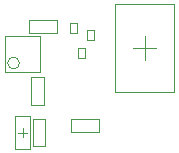
<source format=gbr>
%TF.GenerationSoftware,Altium Limited,Altium Designer,20.1.8 (145)*%
G04 Layer_Color=32768*
%FSLAX45Y45*%
%MOMM*%
%TF.SameCoordinates,69C50D53-9BFA-4F85-B750-FB8D41B2BBF4*%
%TF.FilePolarity,Positive*%
%TF.FileFunction,Other,Bottom_Assembly*%
%TF.Part,Single*%
G01*
G75*
%TA.AperFunction,NonConductor*%
%ADD26C,0.10000*%
%ADD27C,0.10160*%
D26*
X650841Y1005624D02*
G03*
X650841Y1005624I-50000J0D01*
G01*
D27*
X1960512Y757023D02*
Y1507022D01*
X1460512Y757022D02*
Y1507022D01*
Y757022D02*
X1960512Y757023D01*
X1460512Y1507022D02*
X1960512Y1507022D01*
X1710512Y1032022D02*
Y1232022D01*
X1610513Y1132022D02*
X1810513D01*
X1078476Y1349075D02*
X1138475D01*
X1078476Y1264075D02*
X1138475D01*
X1078476D02*
Y1349075D01*
X1138475Y1264075D02*
Y1349075D01*
X1219049Y1202022D02*
Y1287023D01*
X1279049Y1202022D02*
Y1287023D01*
X1219049D02*
X1279049D01*
X1219049Y1202022D02*
X1279049D01*
X1142849Y1136674D02*
X1202849D01*
X1142849Y1051674D02*
X1202849D01*
X1142849D02*
Y1136674D01*
X1202849Y1051674D02*
Y1136674D01*
X615248Y280279D02*
X740248D01*
X615248Y555279D02*
X740248D01*
Y280279D02*
Y555279D01*
X615248Y280279D02*
Y555279D01*
X677748Y377779D02*
Y457779D01*
X637749Y417779D02*
X717748D01*
X761063Y535279D02*
X866064D01*
X761063Y300280D02*
X866064D01*
X761063D02*
Y535279D01*
X866064Y300280D02*
Y535279D01*
X860451Y652140D02*
Y887139D01*
X750451D02*
X860451D01*
X750451Y652140D02*
Y887139D01*
Y652140D02*
X860451D01*
X527041Y1231824D02*
X827041D01*
X527041Y931824D02*
Y1231824D01*
Y931824D02*
X827041D01*
Y1231824D01*
X733155Y1373260D02*
X968155D01*
X733155Y1263260D02*
Y1373260D01*
Y1263260D02*
X968155D01*
Y1373260D01*
X1090435Y424812D02*
X1325434D01*
X1090435Y529812D02*
X1325434D01*
X1090435Y424812D02*
Y529812D01*
X1325434Y424812D02*
Y529812D01*
%TF.MD5,c9b45a80db2d6295717946333b056a03*%
M02*

</source>
